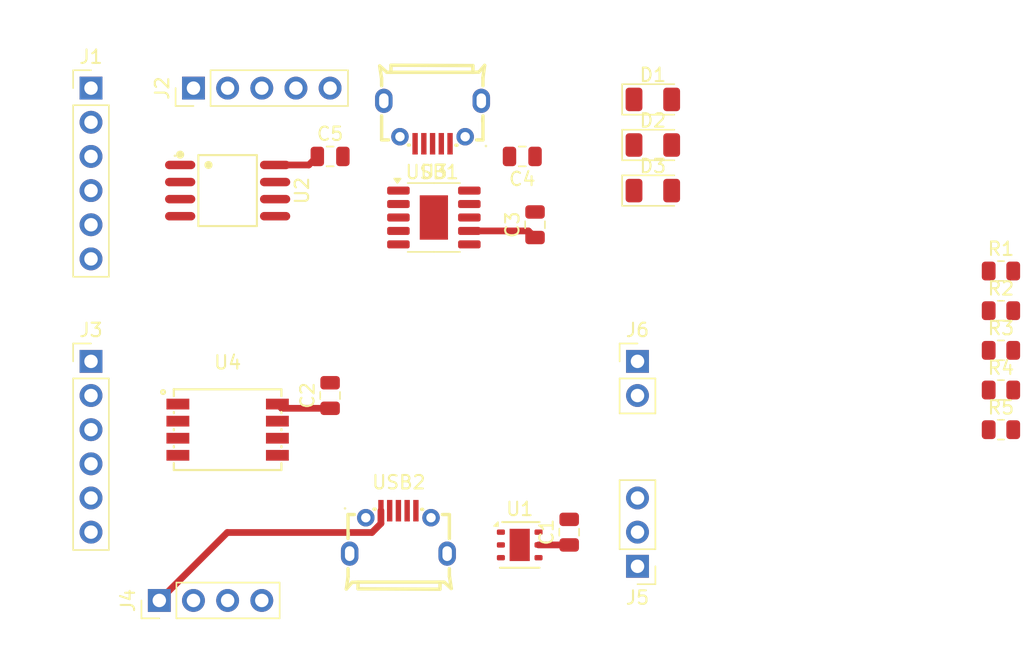
<source format=kicad_pcb>
(kicad_pcb (version 20240108) (generator "pcbnew") (generator_version "8.0")
  (layers (0 "F.Cu" signal) (31 "B.Cu" signal) (34 "B.Paste" user) (35 "F.Paste" user) (36 "B.SilkS" user "B.Silkscreen") (37 "F.SilkS" user "F.Silkscreen") (38 "B.Mask" user) (39 "F.Mask" user) (44 "Edge.Cuts" user))
  (net 0 "")
  (net 1 "+3V3")
  (net 2 "GND")
  (net 3 "VCC")
  (net 4 "Net-(U3-V3)")
  (net 5 "Net-(D1-A)")
  (net 6 "Net-(D2-A)")
  (net 7 "Net-(D3-A)")
  (net 8 "/SCLK")
  (net 9 "/IO2")
  (net 10 "/IO1")
  (net 11 "/CS")
  (net 12 "/IO3")
  (net 13 "/IO0")
  (net 14 "/DTR")
  (net 15 "/CTS")
  (net 16 "/TX")
  (net 17 "/RX")
  (net 18 "/RTS")
  (net 19 "/DAT0")
  (net 20 "/CMD")
  (net 21 "/SDCLK")
  (net 22 "/DAT1")
  (net 23 "/DAT2")
  (net 24 "/DAT3")
  (net 25 "/ID")
  (net 26 "VBUS")
  (net 27 "/D+")
  (net 28 "/D-")
  (net 29 "/DRDY")
  (net 30 "/SDA")
  (net 31 "/SCL")
  (net 33 "Net-(U3-UD+)")
  (net 34 "Net-(U3-UD-)")
  (footprint "Connector_PinHeader_2.54mm:PinHeader_1x04_P2.54mm_Vertical" (layer "F.Cu") (at 134.62 116.84 90)
    (property "Reference" "J4" (at 0 -2.33 90) (layer "F.SilkS"))
    (property "Value" "USB COMMS")
    (fp_line (start -1.33 -1.33) (end 0 -1.33) (stroke (width 0.12)) (layer "F.SilkS"))
    (fp_line (start -1.33 0) (end -1.33 -1.33) (stroke (width 0.12)) (layer "F.SilkS"))
    (fp_line (start 1.33 1.27) (end 1.33 8.95) (stroke (width 0.12)) (layer "F.SilkS"))
    (fp_line (start -1.33 1.27) (end 1.33 1.27) (stroke (width 0.12)) (layer "F.SilkS"))
    (fp_line (start -1.33 1.27) (end -1.33 8.95) (stroke (width 0.12)) (layer "F.SilkS"))
    (fp_line (start -1.33 8.95) (end 1.33 8.95) (stroke (width 0.12)) (layer "F.SilkS"))
    (pad "1" thru_hole rect (at 0 0 90) (size 1.7 1.7) (drill 1) (layers "*.Cu" "*.Mask") (net 26 "VBUS"))
    (pad "2" thru_hole oval (at 0 2.54 90) (size 1.7 1.7) (drill 1) (layers "*.Cu" "*.Mask") (net 27 "/D+"))
    (pad "3" thru_hole oval (at 0 5.08 90) (size 1.7 1.7) (drill 1) (layers "*.Cu" "*.Mask") (net 28 "/D-"))
    (pad "4" thru_hole oval (at 0 7.62 90) (size 1.7 1.7) (drill 1) (layers "*.Cu" "*.Mask") (net 25 "/ID"))
  )
  (footprint "footprint:MICRO-USB-SMD_MICROXNJ" (layer "F.Cu") (at 152.4 111.76)
    (property "Reference" "USB2" (at 0.029997 -3.70729 0) (layer "F.SilkS"))
    (property "Value" "MICROXNJ")
    (fp_line (start -3.870003 4.229997) (end -3.745466 3.31524) (stroke (width 0.254)) (layer "F.SilkS"))
    (fp_line (start -3.745466 -1.310008) (end -3.273711 -1.310008) (stroke (width 0.254)) (layer "F.SilkS"))
    (fp_line (start -3.745466 0.473482) (end -3.745466 -1.310008) (stroke (width 0.254)) (layer "F.SilkS"))
    (fp_line (start -3.745466 3.31524) (end -3.745466 2.719152) (stroke (width 0.254)) (layer "F.SilkS"))
    (fp_line (start -3.735001 0.275514) (end -3.731293 0.067742) (stroke (width 0.254)) (layer "F.SilkS"))
    (fp_line (start -3.732715 0.275159) (end -3.731877 0.100584) (stroke (width 0.254)) (layer "F.SilkS"))
    (fp_line (start -3.449987 3.734976) (end -3.870003 4.229997) (stroke (width 0.254)) (layer "F.SilkS"))
    (fp_line (start -3 3.714986) (end -3.449987 3.734976) (stroke (width 0.254)) (layer "F.SilkS"))
    (fp_line (start -3 3.714986) (end -3 4.214986) (stroke (width 0.254)) (layer "F.SilkS"))
    (fp_line (start -3 3.714986) (end 3.1 3.714986) (stroke (width 0.254)) (layer "F.SilkS"))
    (fp_line (start -3 4.214986) (end 3.089992 4.244983) (stroke (width 0.254)) (layer "F.SilkS"))
    (fp_line (start -1.813589 -1.70729) (end -1.731115 -1.70696) (stroke (width 0.254)) (layer "F.SilkS"))
    (fp_line (start 1.73114 -1.693218) (end 1.798984 -1.692964) (stroke (width 0.254)) (layer "F.SilkS"))
    (fp_line (start 3.089992 4.244983) (end 3.1 3.714986) (stroke (width 0.254)) (layer "F.SilkS"))
    (fp_line (start 3.1 3.714986) (end 3.4 3.714986) (stroke (width 0.254)) (layer "F.SilkS"))
    (fp_line (start 3.273787 -1.310008) (end 3.789992 -1.310008) (stroke (width 0.254)) (layer "F.SilkS"))
    (fp_line (start 3.4 3.714986) (end 3.929997 4.189992) (stroke (width 0.254)) (layer "F.SilkS"))
    (fp_line (start 3.789992 -1.310008) (end 3.789992 0.480823) (stroke (width 0.254)) (layer "F.SilkS"))
    (fp_line (start 3.789992 2.711811) (end 3.789992 3.304293) (stroke (width 0.254)) (layer "F.SilkS"))
    (fp_line (start 3.929997 4.189992) (end 3.8 3.304293) (stroke (width 0.254)) (layer "F.SilkS"))
    (fp_circle (center -3.970028 -1.765888) (end -3.940056 -1.765888) (stroke (width 0.059995)) (fill none) (layer "F.SilkS"))
    (pad "1" smd rect (at -1.299975 -1.596469 270) (size 1.6 0.4) (layers "F.Cu" "F.Paste" "F.Mask") (net 26 "VBUS"))
    (pad "2" smd rect (at -0.649987 -1.596469 270) (size 1.6 0.4) (layers "F.Cu" "F.Paste" "F.Mask") (net 28 "/D-"))
    (pad "3" smd rect (at 0 -1.596469 270) (size 1.6 0.4) (layers "F.Cu" "F.Paste" "F.Mask") (net 27 "/D+"))
    (pad "4" smd rect (at 0.649987 -1.596469 270) (size 1.6 0.4) (layers "F.Cu" "F.Paste" "F.Mask") (net 25 "/ID"))
    (pad "5" smd rect (at 1.299975 -1.596469 270) (size 1.6 0.4) (layers "F.Cu" "F.Paste" "F.Mask") (net 2 "GND"))
    (pad "6" thru_hole circle (at 2.424943 -1.07399) (size 1.3 1.3) (drill 0.700025) (layers "*.Cu" "*.Mask") (net 2 "GND"))
    (pad "7" thru_hole oval (at 3.624841 1.596317) (size 1.3 1.8) (drill oval 0.700025 1.1) (layers "*.Cu" "*.Mask") (net 2 "GND"))
    (pad "8" thru_hole oval (at -3.624841 1.596317) (size 1.3 1.8) (drill oval 0.700025 1.1) (layers "*.Cu" "*.Mask") (net 2 "GND"))
    (pad "9" thru_hole circle (at -2.424943 -1.073736) (size 1.3 1.3) (drill 0.700025) (layers "*.Cu" "*.Mask") (net 2 "GND"))
  )
  (footprint "Resistor_SMD:R_0805_2012Metric" (layer "F.Cu") (at 197.2075 101.19)
    (property "Reference" "R4" (at 0 -1.65 0) (layer "F.SilkS"))
    (property "Value" "330")
    (fp_line (start -0.227064 -0.735) (end 0.227064 -0.735) (stroke (width 0.12)) (layer "F.SilkS"))
    (fp_line (start -0.227064 0.735) (end 0.227064 0.735) (stroke (width 0.12)) (layer "F.SilkS"))
    (pad "1" smd roundrect (at -0.9125 0) (size 1.025 1.4) (layers "F.Cu" "F.Paste" "F.Mask") (roundrect_rratio 0.243902) (net 3 "VCC"))
    (pad "2" smd roundrect (at 0.9125 0) (size 1.025 1.4) (layers "F.Cu" "F.Paste" "F.Mask") (roundrect_rratio 0.243902) (net 6 "Net-(D2-A)"))
  )
  (footprint "Capacitor_SMD:C_0805_2012Metric" (layer "F.Cu") (at 165.1 111.76 90)
    (property "Reference" "C1" (at 0 -1.68 90) (layer "F.SilkS"))
    (property "Value" "0.1u")
    (fp_line (start -0.261252 -0.735) (end 0.261252 -0.735) (stroke (width 0.12)) (layer "F.SilkS"))
    (fp_line (start -0.261252 0.735) (end 0.261252 0.735) (stroke (width 0.12)) (layer "F.SilkS"))
    (pad "1" smd roundrect (at -0.95 0 90) (size 1 1.45) (layers "F.Cu" "F.Paste" "F.Mask") (net 1 "+3V3"))
    (pad "2" smd roundrect (at 0.95 0 90) (size 1 1.45) (layers "F.Cu" "F.Paste" "F.Mask") (net 2 "GND"))
  )
  (footprint "LED_SMD:LED_1206_3216Metric" (layer "F.Cu") (at 171.32 82.97)
    (property "Reference" "D2" (at 0 -1.82 0) (layer "F.SilkS"))
    (property "Value" "USB_TO_UART LED")
    (fp_line (start -2.285 -1.135) (end -2.285 1.135) (stroke (width 0.12)) (layer "F.SilkS"))
    (fp_line (start -2.285 1.135) (end 1.6 1.135) (stroke (width 0.12)) (layer "F.SilkS"))
    (fp_line (start 1.6 -1.135) (end -2.285 -1.135) (stroke (width 0.12)) (layer "F.SilkS"))
    (pad "1" smd roundrect (at -1.4 0) (size 1.25 1.75) (layers "F.Cu" "F.Paste" "F.Mask") (roundrect_rratio 0.2) (net 2 "GND"))
    (pad "2" smd roundrect (at 1.4 0) (size 1.25 1.75) (layers "F.Cu" "F.Paste" "F.Mask") (roundrect_rratio 0.2) (net 6 "Net-(D2-A)"))
  )
  (footprint "footprint:LGA-8_L6.0-W8.0-P1.27-TL" (layer "F.Cu") (at 139.7 104.14)
    (property "Reference" "U4" (at 0 -5.000127 0) (layer "F.SilkS"))
    (property "Value" "MKDV1GCL-ABA")
    (fp_line (start -4 -3.000127) (end -4 -2.489281) (stroke (width 0.16)) (layer "F.SilkS"))
    (fp_line (start -4 -3.000127) (end 4 -3.000127) (stroke (width 0.16)) (layer "F.SilkS"))
    (fp_line (start -4 -1.32098) (end -4 -1.219279) (stroke (width 0.16)) (layer "F.SilkS"))
    (fp_line (start -4 -0.050978) (end -4 0.050724) (stroke (width 0.16)) (layer "F.SilkS"))
    (fp_line (start -4 1.219025) (end -4 1.320726) (stroke (width 0.16)) (layer "F.SilkS"))
    (fp_line (start -4 2.489027) (end -4 2.999873) (stroke (width 0.16)) (layer "F.SilkS"))
    (fp_line (start -4 2.999873) (end 4 2.999873) (stroke (width 0.16)) (layer "F.SilkS"))
    (fp_line (start 4 -3.000127) (end 4 -2.489281) (stroke (width 0.16)) (layer "F.SilkS"))
    (fp_line (start 4 -1.32098) (end 4 -1.219279) (stroke (width 0.16)) (layer "F.SilkS"))
    (fp_line (start 4 -0.050978) (end 4 0.050724) (stroke (width 0.16)) (layer "F.SilkS"))
    (fp_line (start 4 1.219025) (end 4 1.320726) (stroke (width 0.16)) (layer "F.SilkS"))
    (fp_line (start 4 2.489027) (end 4 2.999873) (stroke (width 0.16)) (layer "F.SilkS"))
    (fp_circle (center -4.8 -2.8) (end -4.658522 -2.8) (stroke (width 0.159995)) (fill none) (layer "F.SilkS"))
    (fp_circle (center -4.000127 -3.000127) (end -3.97013 -3.000127) (stroke (width 0.059995)) (fill none) (layer "F.SilkS"))
    (pad "1" smd rect (at -3.7 -1.905004) (size 1.7 0.8) (layers "F.Cu" "F.Paste" "F.Mask") (net 23 "/DAT2"))
    (pad "2" smd rect (at -3.7 -0.635001) (size 1.7 0.8) (layers "F.Cu" "F.Paste" "F.Mask") (net 24 "/DAT3"))
    (pad "3" smd rect (at -3.7 0.635001) (size 1.7 0.8) (layers "F.Cu" "F.Paste" "F.Mask") (net 21 "/SDCLK"))
    (pad "4" smd rect (at -3.7 1.905004) (size 1.7 0.8) (layers "F.Cu" "F.Paste" "F.Mask") (net 2 "GND"))
    (pad "5" smd rect (at 3.7 1.905004) (size 1.7 0.8) (layers "F.Cu" "F.Paste" "F.Mask") (net 20 "/CMD"))
    (pad "6" smd rect (at 3.7 0.635001) (size 1.7 0.8) (layers "F.Cu" "F.Paste" "F.Mask") (net 19 "/DAT0"))
    (pad "7" smd rect (at 3.7 -0.635001) (size 1.7 0.8) (layers "F.Cu" "F.Paste" "F.Mask") (net 22 "/DAT1"))
    (pad "8" smd rect (at 3.7 -1.905004) (size 1.7 0.8) (layers "F.Cu" "F.Paste" "F.Mask") (net 1 "+3V3"))
  )
  (footprint "footprint:SOIC-8_L5.3-W5.3-P1.27-LS8.0-BL" (layer "F.Cu") (at 139.7 86.36 -90)
    (property "Reference" "U2" (at 0 -5.530099 90) (layer "F.SilkS"))
    (property "Value" "W25Q128JVSIQTR")
    (fp_line (start -2.63871 2.176403) (end -2.63871 -2.176403) (stroke (width 0.1524)) (layer "F.SilkS"))
    (fp_line (start 2.63871 2.176403) (end -2.63871 2.176403) (stroke (width 0.1524)) (layer "F.SilkS"))
    (fp_line (start -2.63871 -2.176403) (end 2.63871 -2.176403) (stroke (width 0.1524)) (layer "F.SilkS"))
    (fp_line (start 2.63871 -2.176403) (end 2.63871 2.176403) (stroke (width 0.1524)) (layer "F.SilkS"))
    (fp_circle (center -2.58509 3.920041) (end -2.555118 3.920041) (stroke (width 0.059995)) (fill none) (layer "F.SilkS"))
    (fp_circle (center -2.672339 3.530099) (end -2.522225 3.530099) (stroke (width 0.3)) (fill none) (layer "F.SilkS"))
    (fp_circle (center -1.905004 1.423927) (end -1.75489 1.423927) (stroke (width 0.3)) (fill none) (layer "F.SilkS"))
    (pad "1" smd oval (at -1.905004 3.530099 270) (size 0.629997 2.250013) (layers "F.Cu" "F.Paste" "F.Mask") (net 11 "/CS"))
    (pad "2" smd oval (at -0.635001 3.530099 270) (size 0.629997 2.250013) (layers "F.Cu" "F.Paste" "F.Mask") (net 10 "/IO1"))
    (pad "3" smd oval (at 0.635001 3.530099 270) (size 0.629997 2.250013) (layers "F.Cu" "F.Paste" "F.Mask") (net 9 "/IO2"))
    (pad "4" smd oval (at 1.905004 3.530099 270) (size 0.629997 2.250013) (layers "F.Cu" "F.Paste" "F.Mask") (net 2 "GND"))
    (pad "5" smd oval (at 1.905004 -3.530099 270) (size 0.629997 2.250013) (layers "F.Cu" "F.Paste" "F.Mask") (net 13 "/IO0"))
    (pad "6" smd oval (at 0.635001 -3.530099 270) (size 0.629997 2.250013) (layers "F.Cu" "F.Paste" "F.Mask") (net 8 "/SCLK"))
    (pad "7" smd oval (at -0.635001 -3.530099 270) (size 0.629997 2.250013) (layers "F.Cu" "F.Paste" "F.Mask") (net 12 "/IO3"))
    (pad "8" smd oval (at -1.905004 -3.530099 270) (size 0.629997 2.250013) (layers "F.Cu" "F.Paste" "F.Mask") (net 1 "+3V3"))
  )
  (footprint "Resistor_SMD:R_0805_2012Metric" (layer "F.Cu") (at 197.2075 104.14)
    (property "Reference" "R5" (at 0 -1.65 0) (layer "F.SilkS"))
    (property "Value" "330")
    (fp_line (start -0.227064 -0.735) (end 0.227064 -0.735) (stroke (width 0.12)) (layer "F.SilkS"))
    (fp_line (start -0.227064 0.735) (end 0.227064 0.735) (stroke (width 0.12)) (layer "F.SilkS"))
    (pad "1" smd roundrect (at -0.9125 0) (size 1.025 1.4) (layers "F.Cu" "F.Paste" "F.Mask") (roundrect_rratio 0.243902) (net 26 "VBUS"))
    (pad "2" smd roundrect (at 0.9125 0) (size 1.025 1.4) (layers "F.Cu" "F.Paste" "F.Mask") (roundrect_rratio 0.243902) (net 7 "Net-(D3-A)"))
  )
  (footprint "Capacitor_SMD:C_0805_2012Metric" (layer "F.Cu") (at 147.32 101.6 90)
    (property "Reference" "C2" (at 0 -1.68 90) (layer "F.SilkS"))
    (property "Value" "0.1u")
    (fp_line (start -0.261252 -0.735) (end 0.261252 -0.735) (stroke (width 0.12)) (layer "F.SilkS"))
    (fp_line (start -0.261252 0.735) (end 0.261252 0.735) (stroke (width 0.12)) (layer "F.SilkS"))
    (pad "1" smd roundrect (at -0.95 0 90) (size 1 1.45) (layers "F.Cu" "F.Paste" "F.Mask") (net 1 "+3V3"))
    (pad "2" smd roundrect (at 0.95 0 90) (size 1 1.45) (layers "F.Cu" "F.Paste" "F.Mask") (net 2 "GND"))
  )
  (footprint "Capacitor_SMD:C_0805_2012Metric" (layer "F.Cu") (at 147.32 83.82)
    (property "Reference" "C5" (at 0 -1.68 0) (layer "F.SilkS"))
    (property "Value" "0.1u")
    (fp_line (start -0.261252 -0.735) (end 0.261252 -0.735) (stroke (width 0.12)) (layer "F.SilkS"))
    (fp_line (start -0.261252 0.735) (end 0.261252 0.735) (stroke (width 0.12)) (layer "F.SilkS"))
    (pad "1" smd roundrect (at -0.95 0) (size 1 1.45) (layers "F.Cu" "F.Paste" "F.Mask") (net 1 "+3V3"))
    (pad "2" smd roundrect (at 0.95 0) (size 1 1.45) (layers "F.Cu" "F.Paste" "F.Mask") (net 2 "GND"))
  )
  (footprint "Connector_PinHeader_2.54mm:PinHeader_1x06_P2.54mm_Vertical" (layer "F.Cu") (at 129.54 78.74)
    (property "Reference" "J1" (at 0 -2.33 0) (layer "F.SilkS"))
    (property "Value" "NOR FLASH CONN")
    (fp_line (start -1.33 -1.33) (end 0 -1.33) (stroke (width 0.12)) (layer "F.SilkS"))
    (fp_line (start -1.33 0) (end -1.33 -1.33) (stroke (width 0.12)) (layer "F.SilkS"))
    (fp_line (start -1.33 1.27) (end -1.33 14.03) (stroke (width 0.12)) (layer "F.SilkS"))
    (fp_line (start -1.33 1.27) (end 1.33 1.27) (stroke (width 0.12)) (layer "F.SilkS"))
    (fp_line (start -1.33 14.03) (end 1.33 14.03) (stroke (width 0.12)) (layer "F.SilkS"))
    (fp_line (start 1.33 1.27) (end 1.33 14.03) (stroke (width 0.12)) (layer "F.SilkS"))
    (pad "1" thru_hole rect (at 0 0) (size 1.7 1.7) (drill 1) (layers "*.Cu" "*.Mask") (net 11 "/CS"))
    (pad "2" thru_hole oval (at 0 2.54) (size 1.7 1.7) (drill 1) (layers "*.Cu" "*.Mask") (net 8 "/SCLK"))
    (pad "3" thru_hole oval (at 0 5.08) (size 1.7 1.7) (drill 1) (layers "*.Cu" "*.Mask") (net 13 "/IO0"))
    (pad "4" thru_hole oval (at 0 7.62) (size 1.7 1.7) (drill 1) (layers "*.Cu" "*.Mask") (net 10 "/IO1"))
    (pad "5" thru_hole oval (at 0 10.16) (size 1.7 1.7) (drill 1) (layers "*.Cu" "*.Mask") (net 9 "/IO2"))
    (pad "6" thru_hole oval (at 0 12.7) (size 1.7 1.7) (drill 1) (layers "*.Cu" "*.Mask") (net 12 "/IO3"))
  )
  (footprint "Connector_PinHeader_2.54mm:PinHeader_1x06_P2.54mm_Vertical" (layer "F.Cu") (at 129.54 99.06)
    (property "Reference" "J3" (at 0 -2.33 0) (layer "F.SilkS"))
    (property "Value" "NAND FLASH")
    (fp_line (start -1.33 -1.33) (end 0 -1.33) (stroke (width 0.12)) (layer "F.SilkS"))
    (fp_line (start -1.33 0) (end -1.33 -1.33) (stroke (width 0.12)) (layer "F.SilkS"))
    (fp_line (start -1.33 1.27) (end -1.33 14.03) (stroke (width 0.12)) (layer "F.SilkS"))
    (fp_line (start -1.33 1.27) (end 1.33 1.27) (stroke (width 0.12)) (layer "F.SilkS"))
    (fp_line (start -1.33 14.03) (end 1.33 14.03) (stroke (width 0.12)) (layer "F.SilkS"))
    (fp_line (start 1.33 1.27) (end 1.33 14.03) (stroke (width 0.12)) (layer "F.SilkS"))
    (pad "1" thru_hole rect (at 0 0) (size 1.7 1.7) (drill 1) (layers "*.Cu" "*.Mask") (net 24 "/DAT3"))
    (pad "2" thru_hole oval (at 0 2.54) (size 1.7 1.7) (drill 1) (layers "*.Cu" "*.Mask") (net 23 "/DAT2"))
    (pad "3" thru_hole oval (at 0 5.08) (size 1.7 1.7) (drill 1) (layers "*.Cu" "*.Mask") (net 22 "/DAT1"))
    (pad "4" thru_hole oval (at 0 7.62) (size 1.7 1.7) (drill 1) (layers "*.Cu" "*.Mask") (net 19 "/DAT0"))
    (pad "5" thru_hole oval (at 0 10.16) (size 1.7 1.7) (drill 1) (layers "*.Cu" "*.Mask") (net 20 "/CMD"))
    (pad "6" thru_hole oval (at 0 12.7) (size 1.7 1.7) (drill 1) (layers "*.Cu" "*.Mask") (net 21 "/SDCLK"))
  )
  (footprint "LED_SMD:LED_1206_3216Metric" (layer "F.Cu") (at 171.32 79.58)
    (property "Reference" "D1" (at 0 -1.82 0) (layer "F.SilkS"))
    (property "Value" "POWER LED")
    (fp_line (start -2.285 -1.135) (end -2.285 1.135) (stroke (width 0.12)) (layer "F.SilkS"))
    (fp_line (start -2.285 1.135) (end 1.6 1.135) (stroke (width 0.12)) (layer "F.SilkS"))
    (fp_line (start 1.6 -1.135) (end -2.285 -1.135) (stroke (width 0.12)) (layer "F.SilkS"))
    (pad "1" smd roundrect (at -1.4 0) (size 1.25 1.75) (layers "F.Cu" "F.Paste" "F.Mask") (roundrect_rratio 0.2) (net 2 "GND"))
    (pad "2" smd roundrect (at 1.4 0) (size 1.25 1.75) (layers "F.Cu" "F.Paste" "F.Mask") (roundrect_rratio 0.2) (net 5 "Net-(D1-A)"))
  )
  (footprint "Resistor_SMD:R_0805_2012Metric" (layer "F.Cu") (at 197.2075 98.24)
    (property "Reference" "R3" (at 0 -1.65 0) (layer "F.SilkS"))
    (property "Value" "330")
    (fp_line (start -0.227064 -0.735) (end 0.227064 -0.735) (stroke (width 0.12)) (layer "F.SilkS"))
    (fp_line (start -0.227064 0.735) (end 0.227064 0.735) (stroke (width 0.12)) (layer "F.SilkS"))
    (pad "1" smd roundrect (at -0.9125 0) (size 1.025 1.4) (layers "F.Cu" "F.Paste" "F.Mask") (roundrect_rratio 0.243902) (net 1 "+3V3"))
    (pad "2" smd roundrect (at 0.9125 0) (size 1.025 1.4) (layers "F.Cu" "F.Paste" "F.Mask") (roundrect_rratio 0.243902) (net 5 "Net-(D1-A)"))
  )
  (footprint "footprint:MICRO-USB-SMD_MICROXNJ" (layer "F.Cu") (at 154.94 81.28 180)
    (property "Reference" "USB1" (at 0.029997 -3.70729 360) (layer "F.SilkS"))
    (property "Value" "MICROXNJ")
    (fp_line (start 3.929997 4.189992) (end 3.8 3.304293) (stroke (width 0.254)) (layer "F.SilkS"))
    (fp_line (start 3.789992 2.711811) (end 3.789992 3.304293) (stroke (width 0.254)) (layer "F.SilkS"))
    (fp_line (start 3.789992 -1.310008) (end 3.789992 0.480823) (stroke (width 0.254)) (layer "F.SilkS"))
    (fp_line (start 3.4 3.714986) (end 3.929997 4.189992) (stroke (width 0.254)) (layer "F.SilkS"))
    (fp_line (start 3.273787 -1.310008) (end 3.789992 -1.310008) (stroke (width 0.254)) (layer "F.SilkS"))
    (fp_line (start 3.1 3.714986) (end 3.4 3.714986) (stroke (width 0.254)) (layer "F.SilkS"))
    (fp_line (start 3.089992 4.244983) (end 3.1 3.714986) (stroke (width 0.254)) (layer "F.SilkS"))
    (fp_line (start 1.73114 -1.693218) (end 1.798984 -1.692964) (stroke (width 0.254)) (layer "F.SilkS"))
    (fp_line (start -1.813589 -1.70729) (end -1.731115 -1.70696) (stroke (width 0.254)) (layer "F.SilkS"))
    (fp_line (start -3 4.214986) (end 3.089992 4.244983) (stroke (width 0.254)) (layer "F.SilkS"))
    (fp_line (start -3 3.714986) (end 3.1 3.714986) (stroke (width 0.254)) (layer "F.SilkS"))
    (fp_line (start -3 3.714986) (end -3 4.214986) (stroke (width 0.254)) (layer "F.SilkS"))
    (fp_line (start -3 3.714986) (end -3.449987 3.734976) (stroke (width 0.254)) (layer "F.SilkS"))
    (fp_line (start -3.449987 3.734976) (end -3.870003 4.229997) (stroke (width 0.254)) (layer "F.SilkS"))
    (fp_line (start -3.732715 0.275159) (end -3.731877 0.100584) (stroke (width 0.254)) (layer "F.SilkS"))
    (fp_line (start -3.735001 0.275514) (end -3.731293 0.067742) (stroke (width 0.254)) (layer "F.SilkS"))
    (fp_line (start -3.745466 3.31524) (end -3.745466 2.719152) (stroke (width 0.254)) (layer "F.SilkS"))
    (fp_line (start -3.745466 0.473482) (end -3.745466 -1.310008) (stroke (width 0.254)) (layer "F.SilkS"))
    (fp_line (start -3.745466 -1.310008) (end -3.273711 -1.310008) (stroke (width 0.254)) (layer "F.SilkS"))
    (fp_line (start -3.870003 4.229997) (end -3.745466 3.31524) (stroke (width 0.254)) (layer "F.SilkS"))
    (fp_circle (center -3.970028 -1.765888) (end -3.940056 -1.765888) (stroke (width 0.059995)) (fill none) (layer "F.SilkS"))
    (pad "1" smd rect (at -1.299975 -1.596469 90) (size 1.6 0.4) (layers "F.Cu" "F.Paste" "F.Mask") (net 3 "VCC"))
    (pad "2" smd rect (at -0.649987 -1.596469 90) (size 1.6 0.4) (layers "F.Cu" "F.Paste" "F.Mask") (net 34 "Net-(U3-UD-)"))
    (pad "3" smd rect (at 0 -1.596469 90) (size 1.6 0.4) (layers "F.Cu" "F.Paste" "F.Mask") (net 33 "Net-(U3-UD+)"))
    (pad "4" smd rect (at 0.649987 -1.596469 90) (size 1.6 0.4) (layers "F.Cu" "F.Paste" "F.Mask") (net 2 "GND"))
    (pad "5" smd rect (at 1.299975 -1.596469 90) (size 1.6 0.4) (layers "F.Cu" "F.Paste" "F.Mask") (net 2 "GND"))
    (pad "6" thru_hole circle (at 2.424943 -1.07399 180) (size 1.3 1.3) (drill 0.700025) (layers "*.Cu" "*.Mask") (net 2 "GND"))
    (pad "7" thru_hole oval (at 3.624841 1.596317 180) (size 1.3 1.8) (drill oval 0.700025 1.1) (layers "*.Cu" "*.Mask") (net 2 "GND"))
    (pad "8" thru_hole oval (at -3.624841 1.596317 180) (size 1.3 1.8) (drill oval 0.700025 1.1) (layers "*.Cu" "*.Mask") (net 2 "GND"))
    (pad "9" thru_hole circle (at -2.424943 -1.073736 180) (size 1.3 1.3) (drill 0.700025) (layers "*.Cu" "*.Mask") (net 2 "GND"))
  )
  (footprint "Resistor_SMD:R_0805_2012Metric" (layer "F.Cu") (at 197.2075 92.34)
    (property "Reference" "R1" (at 0 -1.65 0) (layer "F.SilkS"))
    (property "Value" "4.7k")
    (fp_line (start -0.227064 -0.735) (end 0.227064 -0.735) (stroke (width 0.12)) (layer "F.SilkS"))
    (fp_line (start -0.227064 0.735) (end 0.227064 0.735) (stroke (width 0.12)) (layer "F.SilkS"))
    (pad "1" smd roundrect (at -0.9125 0) (size 1.025 1.4) (layers "F.Cu" "F.Paste" "F.Mask") (roundrect_rratio 0.243902) (net 1 "+3V3"))
    (pad "2" smd roundrect (at 0.9125 0) (size 1.025 1.4) (layers "F.Cu" "F.Paste" "F.Mask") (roundrect_rratio 0.243902) (net 31 "/SCL"))
  )
  (footprint "Package_SO:SSOP-10-1EP_3.9x4.9mm_P1mm_EP2.1x3.3mm" (layer "F.Cu") (at 155.0375 88.36)
    (property "Reference" "U3" (at 0 -3.4 0) (layer "F.SilkS"))
    (property "Value" "CH340K")
    (fp_line (start 0 -2.56) (end -1.95 -2.56) (stroke (width 0.12)) (layer "F.SilkS"))
    (fp_line (start 0 -2.56) (end 1.95 -2.56) (stroke (width 0.12)) (layer "F.SilkS"))
    (fp_line (start 0 2.56) (end -1.95 2.56) (stroke (width 0.12)) (layer "F.SilkS"))
    (fp_line (start 0 2.56) (end 1.95 2.56) (stroke (width 0.12)) (layer "F.SilkS"))
    (fp_poly (pts (xy -2.7125 -2.56) (xy -2.9525 -2.89) (xy -2.4725 -2.89) (xy -2.7125 -2.56)) (stroke (width 0.12)) (fill solid) (layer "F.SilkS"))
    (pad "1" smd roundrect (at -2.6375 -2) (size 1.675 0.6) (layers "F.Cu" "F.Paste" "F.Mask") (net 33 "Net-(U3-UD+)"))
    (pad "2" smd roundrect (at -2.6375 -1) (size 1.675 0.6) (layers "F.Cu" "F.Paste" "F.Mask") (net 34 "Net-(U3-UD-)"))
    (pad "3" smd roundrect (at -2.6375 0) (size 1.675 0.6) (layers "F.Cu" "F.Paste" "F.Mask") (net 2 "GND"))
    (pad "4" smd roundrect (at -2.6375 1) (size 1.675 0.6) (layers "F.Cu" "F.Paste" "F.Mask") (net 14 "/DTR"))
    (pad "5" smd roundrect (at -2.6375 2) (size 1.675 0.6) (layers "F.Cu" "F.Paste" "F.Mask") (net 15 "/CTS"))
    (pad "6" smd roundrect (at 2.6375 2) (size 1.675 0.6) (layers "F.Cu" "F.Paste" "F.Mask") (net 18 "/RTS"))
    (pad "7" smd roundrect (at 2.6375 1) (size 1.675 0.6) (layers "F.Cu" "F.Paste" "F.Mask") (net 3 "VCC"))
    (pad "8" smd roundrect (at 2.6375 0) (size 1.675 0.6) (layers "F.Cu" "F.Paste" "F.Mask") (net 16 "/TX"))
    (pad "9" smd roundrect (at 2.6375 -1) (size 1.675 0.6) (layers "F.Cu" "F.Paste" "F.Mask") (net 17 "/RX"))
    (pad "10" smd roundrect (at 2.6375 -2) (size 1.675 0.6) (layers "F.Cu" "F.Paste" "F.Mask") (net 4 "Net-(U3-V3)"))
    (pad "11" smd rect (at 0 0) (size 2.1 3.3) (property pad_prop_heatsink) (layers "F.Cu" "F.Mask") (net 2 "GND"))
  )
  (footprint "Connector_PinHeader_2.54mm:PinHeader_1x02_P2.54mm_Vertical" (layer "F.Cu") (at 170.18 99.06)
    (property "Reference" "J6" (at 0 -2.33 0) (layer "F.SilkS"))
    (property "Value" "PWR")
    (fp_line (start -1.33 -1.33) (end 0 -1.33) (stroke (width 0.12)) (layer "F.SilkS"))
    (fp_line (start -1.33 0) (end -1.33 -1.33) (stroke (width 0.12)) (layer "F.SilkS"))
    (fp_line (start -1.33 1.27) (end -1.33 3.87) (stroke (width 0.12)) (layer "F.SilkS"))
    (fp_line (start -1.33 1.27) (end 1.33 1.27) (stroke (width 0.12)) (layer "F.SilkS"))
    (fp_line (start -1.33 3.87) (end 1.33 3.87) (stroke (width 0.12)) (layer "F.SilkS"))
    (fp_line (start 1.33 1.27) (end 1.33 3.87) (stroke (width 0.12)) (layer "F.SilkS"))
    (pad "1" thru_hole rect (at 0 0) (size 1.7 1.7) (drill 1) (layers "*.Cu" "*.Mask") (net 2 "GND"))
    (pad "2" thru_hole oval (at 0 2.54) (size 1.7 1.7) (drill 1) (layers "*.Cu" "*.Mask") (net 1 "+3V3"))
  )
  (footprint "Connector_PinHeader_2.54mm:PinHeader_1x05_P2.54mm_Vertical" (layer "F.Cu") (at 137.16 78.74 90)
    (property "Reference" "J2" (at 0 -2.33 90) (layer "F.SilkS"))
    (property "Value" "USB_TO_UART")
    (fp_line (start -1.33 -1.33) (end 0 -1.33) (stroke (width 0.12)) (layer "F.SilkS"))
    (fp_line (start -1.33 0) (end -1.33 -1.33) (stroke (width 0.12)) (layer "F.SilkS"))
    (fp_line (start 1.33 1.27) (end 1.33 11.49) (stroke (width 0.12)) (layer "F.SilkS"))
    (fp_line (start -1.33 1.27) (end 1.33 1.27) (stroke (width 0.12)) (layer "F.SilkS"))
    (fp_line (start -1.33 1.27) (end -1.33 11.49) (stroke (width 0.12)) (layer "F.SilkS"))
    (fp_line (start -1.33 11.49) (end 1.33 11.49) (stroke (width 0.12)) (layer "F.SilkS"))
    (pad "1" thru_hole rect (at 0 0 90) (size 1.7 1.7) (drill 1) (layers "*.Cu" "*.Mask") (net 14 "/DTR"))
    (pad "2" thru_hole oval (at 0 2.54 90) (size 1.7 1.7) (drill 1) (layers "*.Cu" "*.Mask") (net 18 "/RTS"))
    (pad "3" thru_hole oval (at 0 5.08 90) (size 1.7 1.7) (drill 1) (layers "*.Cu" "*.Mask") (net 15 "/CTS"))
    (pad "4" thru_hole oval (at 0 7.62 90) (size 1.7 1.7) (drill 1) (layers "*.Cu" "*.Mask") (net 17 "/RX"))
    (pad "5" thru_hole oval (at 0 10.16 90) (size 1.7 1.7) (drill 1) (layers "*.Cu" "*.Mask") (net 16 "/TX"))
  )
  (footprint "Resistor_SMD:R_0805_2012Metric" (layer "F.Cu") (at 197.2075 95.29)
    (property "Reference" "R2" (at 0 -1.65 0) (layer "F.SilkS"))
    (property "Value" "4.7k")
    (fp_line (start -0.227064 -0.735) (end 0.227064 -0.735) (stroke (width 0.12)) (layer "F.SilkS"))
    (fp_line (start -0.227064 0.735) (end 0.227064 0.735) (stroke (width 0.12)) (layer "F.SilkS"))
    (pad "1" smd roundrect (at -0.9125 0) (size 1.025 1.4) (layers "F.Cu" "F.Paste" "F.Mask") (roundrect_rratio 0.243902) (net 1 "+3V3"))
    (pad "2" smd roundrect (at 0.9125 0) (size 1.025 1.4) (layers "F.Cu" "F.Paste" "F.Mask") (roundrect_rratio 0.243902) (net 30 "/SDA"))
  )
  (footprint "Connector_PinHeader_2.54mm:PinHeader_1x03_P2.54mm_Vertical" (layer "F.Cu") (at 170.18 114.3 180)
    (property "Reference" "J5" (at 0 -2.33 360) (layer "F.SilkS"))
    (property "Value" "I2C")
    (fp_line (start 1.33 1.27) (end 1.33 6.41) (stroke (width 0.12)) (layer "F.SilkS"))
    (fp_line (start -1.33 6.41) (end 1.33 6.41) (stroke (width 0.12)) (layer "F.SilkS"))
    (fp_line (start -1.33 1.27) (end 1.33 1.27) (stroke (width 0.12)) (layer "F.SilkS"))
    (fp_line (start -1.33 1.27) (end -1.33 6.41) (stroke (width 0.12)) (layer "F.SilkS"))
    (fp_line (start -1.33 0) (end -1.33 -1.33) (stroke (width 0.12)) (layer "F.SilkS"))
    (fp_line (start -1.33 -1.33) (end 0 -1.33) (stroke (width 0.12)) (layer "F.SilkS"))
    (pad "1" thru_hole rect (at 0 0 180) (size 1.7 1.7) (drill 1) (layers "*.Cu" "*.Mask") (net 29 "/DRDY"))
    (pad "2" thru_hole oval (at 0 2.54 180) (size 1.7 1.7) (drill 1) (layers "*.Cu" "*.Mask") (net 30 "/SDA"))
    (pad "3" thru_hole oval (at 0 5.08 180) (size 1.7 1.7) (drill 1) (layers "*.Cu" "*.Mask") (net 31 "/SCL"))
  )
  (footprint "Capacitor_SMD:C_0805_2012Metric" (layer "F.Cu") (at 162.56 88.9 90)
    (property "Reference" "C3" (at 0 -1.68 90) (layer "F.SilkS"))
    (property "Value" "0.1u")
    (fp_line (start -0.261252 -0.735) (end 0.261252 -0.735) (stroke (width 0.12)) (layer "F.SilkS"))
    (fp_line (start -0.261252 0.735) (end 0.261252 0.735) (stroke (width 0.12)) (layer "F.SilkS"))
    (pad "1" smd roundrect (at -0.95 0 90) (size 1 1.45) (layers "F.Cu" "F.Paste" "F.Mask") (net 3 "VCC"))
    (pad "2" smd roundrect (at 0.95 0 90) (size 1 1.45) (layers "F.Cu" "F.Paste" "F.Mask") (net 2 "GND"))
  )
  (footprint "Package_SON:Texas_PWSON-N6" (layer "F.Cu") (at 161.42 112.71)
    (property "Reference" "U1" (at 0 -2.67 0) (layer "F.SilkS"))
    (property "Value" "HDC2080")
    (fp_line (start 1.475 -1.7) (end -1.3 -1.7) (stroke (width 0.15)) (layer "F.SilkS"))
    (fp_line (start 1.475 1.7) (end -1.475 1.7) (stroke (width 0.15)) (layer "F.SilkS"))
    (fp_poly (pts (xy -1.62 -1.41) (xy -1.9 -1.41) (xy -1.62 -1.69) (xy -1.62 -1.41)) (stroke (width 0.12)) (fill solid) (layer "F.SilkS"))
    (pad "1" smd roundrect (at -1.4 -0.95) (size 0.6 0.4) (layers "F.Cu" "F.Paste" "F.Mask") (net 30 "/SDA"))
    (pad "2" smd roundrect (at -1.4 0) (size 0.6 0.4) (layers "F.Cu" "F.Paste" "F.Mask") (net 2 "GND"))
    (pad "3" smd roundrect (at -1.4 0.95) (size 0.6 0.4) (layers "F.Cu" "F.Paste" "F.Mask") (net 2 "GND"))
    (pad "4" smd roundrect (at 1.4 0.95) (size 0.6 0.4) (layers "F.Cu" "F.Paste" "F.Mask") (net 29 "/DRDY"))
    (pad "5" smd roundrect (at 1.4 0) (size 0.6 0.4) (layers "F.Cu" "F.Paste" "F.Mask") (net 1 "+3V3"))
    (pad "6" smd roundrect (at 1.4 -0.95) (size 0.6 0.4) (layers "F.Cu" "F.Paste" "F.Mask") (net 31 "/SCL"))
    (pad "7" smd rect (at 0 0) (size 1.5 2.4) (layers "F.Cu" "F.Mask"))
  )
  (footprint "LED_SMD:LED_1206_3216Metric" (layer "F.Cu") (at 171.32 86.36)
    (property "Reference" "D3" (at 0 -1.82 0) (layer "F.SilkS"))
    (property "Value" "USB LED")
    (fp_line (start -2.285 -1.135) (end -2.285 1.135) (stroke (width 0.12)) (layer "F.SilkS"))
    (fp_line (start -2.285 1.135) (end 1.6 1.135) (stroke (width 0.12)) (layer "F.SilkS"))
    (fp_line (start 1.6 -1.135) (end -2.285 -1.135) (stroke (width 0.12)) (layer "F.SilkS"))
    (pad "1" smd roundrect (at -1.4 0) (size 1.25 1.75) (layers "F.Cu" "F.Paste" "F.Mask") (roundrect_rratio 0.2) (net 2 "GND"))
    (pad "2" smd roundrect (at 1.4 0) (size 1.25 1.75) (layers "F.Cu" "F.Paste" "F.Mask") (roundrect_rratio 0.2) (net 7 "Net-(D3-A)"))
  )
  (footprint "Capacitor_SMD:C_0805_2012Metric" (layer "F.Cu") (at 161.61 83.82 180)
    (property "Reference" "C4" (at 0 -1.68 360) (layer "F.SilkS"))
    (property "Value" "0.1u")
    (fp_line (start -0.261252 0.735) (end 0.261252 0.735) (stroke (width 0.12)) (layer "F.SilkS"))
    (fp_line (start -0.261252 -0.735) (end 0.261252 -0.735) (stroke (width 0.12)) (layer "F.SilkS"))
    (pad "1" smd roundrect (at -0.95 0 180) (size 1 1.45) (layers "F.Cu" "F.Paste" "F.Mask") (net 2 "GND"))
    (pad "2" smd roundrect (at 0.95 0 180) (size 1 1.45) (layers "F.Cu" "F.Paste" "F.Mask") (net 4 "Net-(U3-V3)"))
  )
  (segment (start 143.715004 102.55) (end 143.4 102.234996) (width 0.5) (layer "F.Cu") (net 1))
  (segment (start 165.1 112.71) (end 162.82 112.71) (width 0.5) (layer "F.Cu") (net 1))
  (segment (start 147.32 102.55) (end 143.715004 102.55) (width 0.5) (layer "F.Cu") (net 1))
  (segment (start 145.735004 84.454996) (end 146.37 83.82) (width 0.5) (layer "F.Cu") (net 1))
  (segment (start 143.230099 84.454996) (end 145.735004 84.454996) (width 0.5) (layer "F.Cu") (net 1))
  (segment (start 162.07 89.36) (end 157.675 89.36) (width 0.5) (layer "F.Cu") (net 3))
  (segment (start 162.56 89.85) (end 162.07 89.36) (width 0.5) (layer "F.Cu") (net 3))
  (segment (start 150.430692 111.786264) (end 151.100013 111.116943) (width 0.5) (layer "F.Cu") (net 26))
  (segment (start 151.100013 111.116943) (end 151.100013 110.163531) (width 0.5) (layer "F.Cu") (net 26))
  (segment (start 139.673736 111.786264) (end 150.430692 111.786264) (width 0.5) (layer "F.Cu") (net 26))
  (segment (start 134.62 116.84) (end 139.673736 111.786264) (width 0.5) (layer "F.Cu") (net 26))
)
</source>
